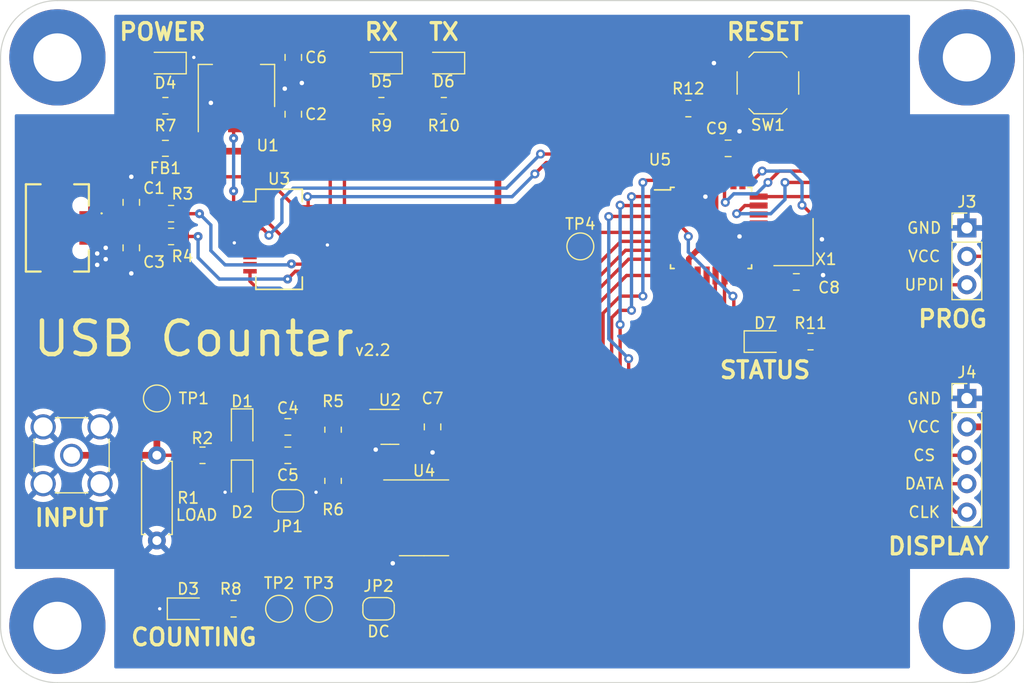
<source format=kicad_pcb>
(kicad_pcb (version 20211014) (generator pcbnew)
  (layers (0 "F.Cu" signal) (31 "B.Cu" signal) (34 "B.Paste" user) (35 "F.Paste" user) (36 "B.SilkS" user "B.Silkscreen") (37 "F.SilkS" user "F.Silkscreen") (38 "B.Mask" user) (39 "F.Mask" user) (44 "Edge.Cuts" user))
  (net 0 "")
  (net 1 "GND")
  (net 2 "Net-(C1-Pad2)")
  (net 3 "Net-(C2-Pad2)")
  (net 4 "Net-(C3-Pad2)")
  (net 5 "Net-(C4-Pad1)")
  (net 6 "Net-(C4-Pad2)")
  (net 7 "VCC")
  (net 8 "Net-(D3-Pad2)")
  (net 9 "Net-(D4-Pad2)")
  (net 10 "Net-(D5-Pad1)")
  (net 11 "Net-(D6-Pad1)")
  (net 12 "Net-(U5-Pad16)")
  (net 13 "Net-(R11-Pad1)")
  (net 14 "Net-(FB1-Pad1)")
  (net 20 "Net-(J2-Pad1)")
  (net 21 "UPDI")
  (net 22 "DISP_CS")
  (net 23 "DISP_DATA")
  (net 24 "Net-(JP2-Pad1)")
  (net 25 "GATE")
  (net 26 "Net-(R3-Pad2)")
  (net 27 "Net-(R4-Pad2)")
  (net 28 "Net-(R8-Pad2)")
  (net 29 "Net-(R9-Pad1)")
  (net 30 "Net-(R10-Pad1)")
  (net 31 "RESET")
  (net 32 "Net-(TP4-Pad1)")
  (net 36 "PCRX")
  (net 44 "PCTX")
  (net 45 "R0")
  (net 46 "R1")
  (net 47 "R2")
  (net 48 "R3")
  (net 49 "OVF")
  (net 50 "Y7")
  (net 51 "Y6")
  (net 52 "Y5")
  (net 53 "Y4")
  (net 54 "Y3")
  (net 55 "Y2")
  (net 56 "Y1")
  (net 57 "Y0")
  (net 60 "Net-(U5-Pad20)")
  (net 63 "DISP_CLK")
  (footprint "Resistor_SMD:R_0805_2012Metric_Pad1.20x1.40mm_HandSolder" (layer "F.Cu") (at 80.518 93.726 90)
    (fp_text reference "R6")
    (fp_text value "100k")
  )
  (footprint "Resistor_SMD:R_0805_2012Metric_Pad1.20x1.40mm_HandSolder" (layer "F.Cu") (at 71.628 105.156)
    (fp_text reference "R8")
    (fp_text value "10k")
  )
  (footprint "MountingHole:MountingHole_4.3mm_M4_Pad" (layer "F.Cu") (at 55.88 106.68)
    (fp_text reference "H1" hide)
    (fp_text value "MountingHole" hide)
  )
  (footprint "Capacitor_SMD:C_0805_2012Metric_Pad1.18x1.45mm_HandSolder" (layer "F.Cu") (at 76.962 55.88 90)
    (fp_text reference "C6")
    (fp_text value ".1u")
  )
  (footprint "LED_SMD:LED_0805_2012Metric_Pad1.15x1.40mm_HandSolder" (layer "F.Cu") (at 72.39 89.154 -90)
    (fp_text reference "D1")
    (fp_text value "D")
  )
  (footprint "TestPoint:TestPoint_Pad_D2.0mm" (layer "F.Cu") (at 102.616 72.771)
    (fp_text reference "TP4")
    (fp_text value "CKOUT")
  )
  (footprint "Resistor_SMD:R_0805_2012Metric_Pad1.20x1.40mm_HandSolder" (layer "F.Cu") (at 66.04 71.882)
    (fp_text reference "R4")
    (fp_text value "27R")
  )
  (footprint "LED_SMD:LED_0805_2012Metric_Pad1.15x1.40mm_HandSolder" (layer "F.Cu") (at 67.564 105.156)
    (fp_text reference "D3")
    (fp_text value "COUNT")
  )
  (footprint "Connector_PinHeader_2.54mm:PinHeader_1x05_P2.54mm_Vertical" (layer "F.Cu") (at 137.16 86.36)
    (fp_text reference "J4")
    (fp_text value "DISPLAY")
  )
  (footprint "Button_Switch_SMD:SW_SPST_TL3342" (layer "F.Cu") (at 119.38 58.166 180)
    (fp_text reference "SW1")
    (fp_text value "SW_Push")
  )
  (footprint "LED_SMD:LED_0805_2012Metric_Pad1.15x1.40mm_HandSolder" (layer "F.Cu") (at 84.836 56.388 180)
    (fp_text reference "D5")
    (fp_text value "RXLED")
  )
  (footprint "LED_SMD:LED_0805_2012Metric_Pad1.15x1.40mm_HandSolder" (layer "F.Cu") (at 90.415 56.388 180)
    (fp_text reference "D6")
    (fp_text value "TXLED")
  )
  (footprint "Resistor_SMD:R_0805_2012Metric_Pad1.20x1.40mm_HandSolder" (layer "F.Cu") (at 65.532 60.198)
    (fp_text reference "R7")
    (fp_text value "10k")
  )
  (footprint "LED_SMD:LED_0805_2012Metric_Pad1.15x1.40mm_HandSolder" (layer "F.Cu") (at 65.532 56.388 180)
    (fp_text reference "D4")
    (fp_text value "PWR")
  )
  (footprint "LED_SMD:LED_0805_2012Metric_Pad1.15x1.40mm_HandSolder" (layer "F.Cu") (at 119.117 81.28)
    (fp_text reference "D7")
    (fp_text value "STATUS")
  )
  (footprint "Package_QFP:TQFP-32_7x7mm_P0.8mm" (layer "F.Cu") (at 114.3 71.12)
    (fp_text reference "U5")
    (fp_text value "AVR64DD32 TQFP32")
  )
  (footprint "Resistor_SMD:R_0805_2012Metric_Pad1.20x1.40mm_HandSolder" (layer "F.Cu") (at 80.518 89.154 90)
    (fp_text reference "R5")
    (fp_text value "100k")
  )
  (footprint "Resistor_SMD:R_0805_2012Metric_Pad1.20x1.40mm_HandSolder" (layer "F.Cu") (at 68.85 91.44)
    (fp_text reference "R2")
    (fp_text value "1k")
  )
  (footprint "Connector_PinHeader_2.54mm:PinHeader_1x03_P2.54mm_Vertical" (layer "F.Cu") (at 137.16 71.12)
    (fp_text reference "J3")
    (fp_text value "PROG")
  )
  (footprint "Capacitor_SMD:C_0805_2012Metric_Pad1.18x1.45mm_HandSolder" (layer "F.Cu") (at 76.4755 88.9)
    (fp_text reference "C4")
    (fp_text value "1u")
  )
  (footprint "Package_SO:TSSOP-20_4.4x6.5mm_P0.65mm" (layer "F.Cu") (at 88.646 97.028)
    (fp_text reference "U4")
    (fp_text value "74LV8154")
  )
  (footprint "Resistor_SMD:R_0805_2012Metric_Pad1.20x1.40mm_HandSolder" (layer "F.Cu") (at 112.268 60.452)
    (fp_text reference "R12")
    (fp_text value "10k")
  )
  (footprint "Resistor_SMD:R_0805_2012Metric_Pad1.20x1.40mm_HandSolder" (layer "F.Cu") (at 123.19 81.28)
    (fp_text reference "R11")
    (fp_text value "10k")
  )
  (footprint "MountingHole:MountingHole_4.3mm_M4_Pad" (layer "F.Cu") (at 137.16 55.88)
    (fp_text reference "H4" hide)
    (fp_text value "MountingHole" hide)
  )
  (footprint "Resistor_THT:R_Axial_DIN0207_L6.3mm_D2.5mm_P7.62mm_Horizontal" (layer "F.Cu") (at 64.77 99.06 90)
    (fp_text reference "R1")
    (fp_text value "50R")
  )
  (footprint "TestPoint:TestPoint_Pad_D2.0mm" (layer "F.Cu") (at 64.77 86.36)
    (fp_text reference "TP1")
    (fp_text value "RF_IN")
  )
  (footprint "Capacitor_SMD:C_0805_2012Metric_Pad1.18x1.45mm_HandSolder" (layer "F.Cu") (at 62.484 68.834 -90)
    (fp_text reference "C1")
    (fp_text value ".1u")
  )
  (footprint "Capacitor_SMD:C_0805_2012Metric_Pad1.18x1.45mm_HandSolder" (layer "F.Cu") (at 115.824 64.008 180)
    (fp_text reference "C9")
    (fp_text value ".1u")
  )
  (footprint "Capacitor_SMD:C_0805_2012Metric_Pad1.18x1.45mm_HandSolder" (layer "F.Cu") (at 76.4755 91.44)
    (fp_text reference "C5")
    (fp_text value "1n")
  )
  (footprint "Resistor_SMD:R_0805_2012Metric_Pad1.20x1.40mm_HandSolder" (layer "F.Cu") (at 84.836 60.198)
    (fp_text reference "R9")
    (fp_text value "10k")
  )
  (footprint "Capacitor_SMD:C_0805_2012Metric_Pad1.18x1.45mm_HandSolder" (layer "F.Cu") (at 76.962 60.96 -90)
    (fp_text reference "C2")
    (fp_text value ".1u")
  )
  (footprint "MountingHole:MountingHole_4.3mm_M4_Pad" (layer "F.Cu") (at 137.16 106.68)
    (fp_text reference "H2" hide)
    (fp_text value "MountingHole" hide)
  )
  (footprint "Jumper:SolderJumper-2_P1.3mm_Open_RoundedPad1.0x1.5mm" (layer "F.Cu") (at 76.4755 95.504)
    (fp_text reference "JP1")
    (fp_text value "DC")
  )
  (footprint "LED_SMD:LED_0805_2012Metric_Pad1.15x1.40mm_HandSolder" (layer "F.Cu") (at 72.39 93.726 -90)
    (fp_text reference "D2")
    (fp_text value "D")
  )
  (footprint "Package_TO_SOT_SMD:SOT-23-5" (layer "F.Cu") (at 85.598 88.9)
    (fp_text reference "U2")
    (fp_text value "74LVC1G14")
  )
  (footprint "Package_TO_SOT_SMD:SOT-223-3_TabPin2" (layer "F.Cu") (at 71.882 58.42 90)
    (fp_text reference "U1")
    (fp_text value "NCP1117")
  )
  (footprint "Connector_Coaxial:SMA_Amphenol_901-144_Vertical" (layer "F.Cu") (at 57.15 91.44)
    (fp_text reference "J2" hide)
    (fp_text value "RF_IN")
  )
  (footprint "Resistor_SMD:R_0805_2012Metric_Pad1.20x1.40mm_HandSolder" (layer "F.Cu") (at 90.415 60.198)
    (fp_text reference "R10")
    (fp_text value "10k")
  )
  (footprint "Jumper:SolderJumper-2_P1.3mm_Bridged_RoundedPad1.0x1.5mm" (layer "F.Cu") (at 84.582 105.156)
    (fp_text reference "JP2")
    (fp_text value "GATE")
  )
  (footprint "TestPoint:TestPoint_Pad_D2.0mm" (layer "F.Cu") (at 75.692 105.156)
    (fp_text reference "TP2")
    (fp_text value "COUNT")
  )
  (footprint "Capacitor_SMD:C_0805_2012Metric_Pad1.18x1.45mm_HandSolder" (layer "F.Cu") (at 89.408 88.9 90)
    (fp_text reference "C7")
    (fp_text value ".1u")
  )
  (footprint "TestPoint:TestPoint_Pad_D2.0mm" (layer "F.Cu") (at 79.248 105.156)
    (fp_text reference "TP3")
    (fp_text value "GATE")
  )
  (footprint "Resistor_SMD:R_0805_2012Metric_Pad1.20x1.40mm_HandSolder" (layer "F.Cu") (at 66.04 69.85)
    (fp_text reference "R3")
    (fp_text value "27R")
  )
  (footprint "Capacitor_SMD:C_0805_2012Metric_Pad1.18x1.45mm_HandSolder" (layer "F.Cu") (at 121.92 75.946)
    (fp_text reference "C8")
    (fp_text value ".1u")
  )
  (footprint "MountingHole:MountingHole_4.3mm_M4_Pad" (layer "F.Cu") (at 55.88 55.88)
    (fp_text reference "H3" hide)
    (fp_text value "MountingHole" hide)
  )
  (footprint "Inductor_SMD:L_0805_2012Metric_Pad1.15x1.40mm_HandSolder" (layer "F.Cu") (at 65.532 64.008)
    (fp_text reference "FB1")
    (fp_text value "FerriteBead")
  )
  (footprint "Package_SO:SSOP-20_3.9x8.7mm_P0.635mm" (layer "F.Cu") (at 75.692 72.136)
    (fp_text reference "U3")
    (fp_text value "FT231XS")
  )
  (footprint "Capacitor_SMD:C_0805_2012Metric_Pad1.18x1.45mm_HandSolder" (layer "F.Cu") (at 62.484 72.898 90)
    (fp_text reference "C3")
    (fp_text value ".1u")
  )
  (footprint "Oscillator:Oscillator_SMD_SeikoEpson_SG8002CE-4Pin_3.2x2.5mm" (layer "F.Cu") (at 121.666 72.39 90)
    (fp_text reference "X1")
    (fp_text value "TCXO")
  )
  (footprint "Library Loader:UJ2MIBHGSMTTR" (layer "F.Cu") (at 55.88 71.12 -90)
    (fp_text reference "J1" hide)
    (fp_text value "UJ2-MIBH-G-SMT-TR" hide)
  )
  (gr_arc (start 142.240002 106.680002) (mid 140.752104 110.272104) (end 137.160002 111.760002) (layer "Edge.Cuts") (width 0.1))
  (gr_line (start 50.799998 106.680002) (end 50.8 55.88) (layer "Edge.Cuts") (width 0.1))
  (gr_line (start 55.88 50.8) (end 137.160002 50.799998) (layer "Edge.Cuts") (width 0.1))
  (gr_arc (start 137.160002 50.799998) (mid 140.752104 52.287896) (end 142.240002 55.879998) (layer "Edge.Cuts") (width 0.1))
  (gr_arc (start 55.879998 111.760002) (mid 52.287896 110.272104) (end 50.799998 106.680002) (layer "Edge.Cuts") (width 0.1))
  (gr_line (start 137.160002 111.760002) (end 55.879998 111.760002) (layer "Edge.Cuts") (width 0.1))
  (gr_line (start 142.240002 55.879998) (end 142.240002 106.680002) (layer "Edge.Cuts") (width 0.1))
  (gr_arc (start 50.8 55.88) (mid 52.287898 52.287898) (end 55.88 50.8) (layer "Edge.Cuts") (width 0.1))
  (gr_text "@swharden" (at 121.158 107.188) (layer "F.Cu") (effects (font (size 2 2) (thickness 0.3))))
  (gr_text "LOAD" (at 68.326 96.774) (layer "F.SilkS") (effects (font (size 1 1))))
  (gr_text "GND" (at 133.35 71.12) (layer "F.SilkS") (effects (font (size 1 1))))
  (gr_text "RX" (at 84.836 53.594) (layer "F.SilkS") (effects (font (size 1.5 1.5) (thickness 0.3))))
  (gr_text "CS" (at 133.35 91.44) (layer "F.SilkS") (effects (font (size 1 1))))
  (gr_text "UPDI" (at 133.35 76.2) (layer "F.SilkS") (effects (font (size 1 1))))
  (gr_text "GND" (at 133.35 86.36) (layer "F.SilkS") (effects (font (size 1 1))))
  (gr_text "DISPLAY" (at 134.62 99.568) (layer "F.SilkS") (effects (font (size 1.5 1.5) (thickness 0.3))))
  (gr_text "CLK" (at 133.35 96.52) (layer "F.SilkS") (effects (font (size 1 1))))
  (gr_text "COUNTING" (at 68.072 107.696) (layer "F.SilkS") (effects (font (size 1.5 1.5) (thickness 0.3))))
  (gr_text "STATUS" (at 119.126 83.82) (layer "F.SilkS") (effects (font (size 1.5 1.5) (thickness 0.3))))
  (gr_text "INPUT" (at 57.15 97.028) (layer "F.SilkS") (effects (font (size 1.5 1.5) (thickness 0.3))))
  (gr_text "POWER" (at 65.278 53.594) (layer "F.SilkS") (effects (font (size 1.5 1.5) (thickness 0.3))))
  (gr_text "v2.2" (at 84.074 82.042) (layer "F.SilkS") (effects (font (size 1 1))))
  (gr_text "VCC" (at 133.35 73.66) (layer "F.SilkS") (effects (font (size 1 1))))
  (gr_text "PROG" (at 135.89 79.248) (layer "F.SilkS") (effects (font (size 1.5 1.5) (thickness 0.3))))
  (gr_text "USB Counter" (at 68.072 81.026) (layer "F.SilkS") (effects (font (size 3 3) (thickness 0.4))))
  (gr_text "DATA" (at 133.35 93.98) (layer "F.SilkS") (effects (font (size 1 1))))
  (gr_text "DC" (at 84.582 107.188) (layer "F.SilkS") (effects (font (size 1 1))))
  (gr_text "TX" (at 90.424 53.594) (layer "F.SilkS") (effects (font (size 1.5 1.5) (thickness 0.3))))
  (gr_text "VCC" (at 133.35 88.9) (layer "F.SilkS") (effects (font (size 1 1))))
  (gr_text "RESET" (at 119.126 53.594) (layer "F.SilkS") (effects (font (size 1.5 1.5) (thickness 0.3))))
  (segment (start 71.6915 72.4535) (end 73.092 72.4535) (width 0.3) (layer "F.Cu") (net 1))
  (segment (start 79.1845 71.8185) (end 78.292 71.8185) (width 0.3) (layer "F.Cu") (net 1))
  (segment (start 123.562 72.136) (end 122.616 71.19) (width 0.3) (layer "F.Cu") (net 1))
  (segment (start 124.3076 75.3364) (end 123.698 75.946) (width 0.3) (layer "F.Cu") (net 1))
  (segment (start 76.2 59.1605) (end 76.962 59.9225) (width 0.6) (layer "F.Cu") (net 1))
  (segment (start 113.9 68.218) (end 113.9 66.87) (width 0.3) (layer "F.Cu") (net 1))
  (segment (start 116.23 56.266) (end 122.53 56.266) (width 0.3) (layer "F.Cu") (net 1))
  (segment (start 69.596 61.556) (end 69.582 61.57) (width 0.6) (layer "F.Cu") (net 1))
  (segment (start 67.564 56.388) (end 68.072 55.88) (width 0.3) (layer "F.Cu") (net 1))
  (segment (start 60.198 72.898) (end 59.72 72.42) (width 0.3) (layer "F.Cu") (net 1))
  (segment (start 80.01 72.644) (end 79.1845 71.8185) (width 0.3) (layer "F.Cu") (net 1))
  (segment (start 77.724 58.166) (end 77.724 57.6795) (width 0.6) (layer "F.Cu") (net 1))
  (segment (start 113.792 68.326) (end 113.9 68.218) (width 0.3) (layer "F.Cu") (net 1))
  (segment (start 76.2 58.674) (end 76.2 59.1605) (width 0.6) (layer "F.Cu") (net 1))
  (segment (start 116.84 71.882) (end 117.278 72.32) (width 0.3) (layer "F.Cu") (net 1))
  (segment (start 114.554 56.388) (end 114.676 56.266) (width 0.3) (layer "F.Cu") (net 1))
  (segment (start 78.994 94.742) (end 80.502 94.742) (width 0.3) (layer "F.Cu") (net 1))
  (segment (start 124.206 72.136) (end 123.562 72.136) (width 0.3) (layer "F.Cu") (net 1))
  (segment (start 77.724 57.6795) (end 76.962 56.9175) (width 0.6) (layer "F.Cu") (net 1))
  (segment (start 59.72 72.42) (end 58.52 72.42) (width 0.3) (layer "F.Cu") (net 1))
  (segment (start 62.484 66.548) (end 62.484 67.7965) (width 0.3) (layer "F.Cu") (net 1))
  (segment (start 123.698 75.946) (end 122.9575 75.946) (width 0.3) (layer "F.Cu") (net 1))
  (segment (start 117.278 72.32) (end 118.55 72.32) (width 0.3) (layer "F.Cu") (net 1))
  (segment (start 89.408 91.186) (end 89.408 89.9375) (width 0.3) (layer "F.Cu") (net 1))
  (segment (start 116.84 62.484) (end 116.8615 62.5055) (width 0.3) (layer "F.Cu") (net 1))
  (segment (start 70.875 94.751) (end 70.866 94.742) (width 0.3) (layer "F.Cu") (net 1))
  (segment (start 84.328 89.9825) (end 84.4605 89.85) (width 0.3) (layer "F.Cu") (net 1))
  (segment (start 80.502 94.742) (end 80.518 94.726) (width 0.3) (layer "F.Cu") (net 1))
  (segment (start 72.39 94.751) (end 70.875 94.751) (width 0.3) (layer "F.Cu") (net 1))
  (segment (start 85.7835 101.0235) (end 85.852 101.092) (width 0.3) (layer "F.Cu") (net 1))
  (segment (start 62.484 75.184) (end 62.484 73.9355) (width 0.3) (layer "F.Cu") (net 1))
  (segment (start 84.328 90.932) (end 84.328 89.9825) (width 0.3) (layer "F.Cu") (net 1))
  (segment (start 69.596 59.944) (end 69.596 61.556) (width 0.6) (layer "F.Cu") (net 1))
  (segment (start 116.8615 62.5055) (end 116.8615 64.008) (width 0.3) (layer "F.Cu") (net 1))
  (segment (start 66.539 105.156) (end 65.024 105.156) (width 0.3) (layer "F.Cu") (net 1))
  (segment (start 114.676 56.266) (end 116.23 56.266) (width 0.3) (layer "F.Cu") (net 1))
  (segment (start 66.557 56.388) (end 67.564 56.388) (width 0.3) (layer "F.Cu") (net 1))
  (segment (start 85.7835 99.953) (end 85.7835 101.0235) (width 0.3) (layer "F.Cu") (net 1))
  (via (at 89.408 91.186) (size 0.8) (drill 0.4) (layers "F.Cu" "B.Cu") (net 1))
  (via (at 113.792 68.326) (size 0.8) (drill 0.4) (layers "F.Cu" "B.Cu") (net 1))
  (via (at 77.724 58.166) (size 0.8) (drill 0.4) (layers "F.Cu" "B.Cu") (net 1))
  (via (at 114.554 56.388) (size 0.8) (drill 0.4) (layers "F.Cu" "B.Cu") (net 1))
  (via (at 124.206 72.136) (size 0.8) (drill 0.4) (layers "F.Cu" "B.Cu") (net 1))
  (via (at 59.436 74.422) (size 0.8) (drill 0.4) (layers "F.Cu" "B.Cu") (net 1))
  (via (at 76.2 58.674) (size 0.8) (drill 0.4) (layers "F.Cu" "B.Cu") (net 1))
  (via (at 84.328 90.932) (size 0.8) (drill 0.4) (layers "F.Cu" "B.Cu") (net 1))
  (via (at 69.596 59.944) (size 0.8) (drill 0.4) (layers "F.Cu" "B.Cu") (net 1))
  (via (at 62.484 75.184) (size 0.8) (drill 0.4) (layers "F.Cu" "B.Cu") (net 1))
  (via (at 65.024 105.156) (size 0.8) (drill 0.3) (layers "F.Cu" "B.Cu") (net 1))
  (via (at 60.198 73.914) (size 0.8) (drill 0.4) (layers "F.Cu" "B.Cu") (net 1))
  (via (at 78.994 94.742) (size 0.8) (drill 0.3) (layers "F.Cu" "B.Cu") (net 1))
  (via (at 80.01 72.644) (size 0.8) (drill 0.3) (layers "F.Cu" "B.Cu") (net 1))
  (via (at 59.436 73.406) (size 0.8) (drill 0.4) (layers "F.Cu" "B.Cu") (net 1))
  (via (at 85.852 101.092) (size 0.8) (drill 0.4) (layers "F.Cu" "B.Cu") (net 1))
  (via (at 62.484 66.548) (size 0.8) (drill 0.4) (layers "F.Cu" "B.Cu") (net 1))
  (via (at 71.6915 72.4535) (size 0.8) (drill 0.3) (layers "F.Cu" "B.Cu") (net 1))
  (via (at 124.3076 75.3364) (size 0.8) (drill 0.4) (layers "F.Cu" "B.Cu") (net 1))
  (via (at 116.84 71.882) (size 0.8) (drill 0.4) (layers "F.Cu" "B.Cu") (net 1))
  (via (at 70.866 94.742) (size 0.8) (drill 0.3) (layers "F.Cu" "B.Cu") (net 1))
  (via (at 60.198 72.898) (size 0.8) (drill 0.4) (layers "F.Cu" "B.Cu") (net 1))
  (via (at 68.072 55.88) (size 0.8) (drill 0.3) (layers "F.Cu" "B.Cu") (net 1))
  (via (at 116.84 62.484) (size 0.8) (drill 0.4) (layers "F.Cu" "B.Cu") (net 1))
  (segment (start 62.484 69.8715) (end 65.0185 69.8715) (width 0.3) (layer "F.Cu") (net 2))
  (segment (start 65.0185 69.8715) (end 65.04 69.85) (width 0.3) (layer "F.Cu") (net 2))
  (segment (start 58.52 70.47) (end 60.34 70.47) (width 0.3) (layer "F.Cu") (net 2))
  (segment (start 60.9385 69.8715) (end 62.484 69.8715) (width 0.3) (layer "F.Cu") (net 2))
  (segment (start 60.34 70.47) (end 60.9385 69.8715) (width 0.3) (layer "F.Cu") (net 2))
  (segment (start 73.152 64.262) (end 74.182 63.232) (width 0.6) (layer "F.Cu") (net 3))
  (segment (start 74.182 63.232) (end 74.182 61.57) (width 0.6) (layer "F.Cu") (net 3))
  (segment (start 66.557 64.008) (end 66.811 64.262) (width 0.6) (layer "F.Cu") (net 3))
  (segment (start 74.6095 61.9975) (end 74.182 61.57) (width 0.6) (layer "F.Cu") (net 3))
  (segment (start 76.962 61.9975) (end 74.6095 61.9975) (width 0.6) (layer "F.Cu") (net 3))
  (segment (start 66.811 64.262) (end 73.152 64.262) (width 0.6) (layer "F.Cu") (net 3))
  (segment (start 58.52 71.12) (end 60.325 71.12) (width 0.3) (layer "F.Cu") (net 4))
  (segment (start 61.0655 71.8605) (end 62.484 71.8605) (width 0.3) (layer "F.Cu") (net 4))
  (segment (start 60.325 71.12) (end 61.0655 71.8605) (width 0.3) (layer "F.Cu") (net 4))
  (segment (start 65.0185 71.8605) (end 65.04 71.882) (width 0.3) (layer "F.Cu") (net 4))
  (segment (start 62.484 71.8605) (end 65.0185 71.8605) (width 0.3) (layer "F.Cu") (net 4))
  (segment (start 75.8255 95.504) (end 75.8255 91.8275) (width 0.3) (layer "F.Cu") (net 5))
  (segment (start 72.39 91.44) (end 72.39 92.701) (width 0.3) (layer "F.Cu") (net 5))
  (segment (start 72.39 91.44) (end 72.39 90.179) (width 0.3) (layer "F.Cu") (net 5))
  (segment (start 69.85 91.44) (end 72.39 91.44) (width 0.3) (layer "F.Cu") (net 5))
  (segment (start 75.438 88.9) (end 75.438 91.44) (width 0.3) (layer "F.Cu") (net 5))
  (segment (start 72.39 91.44) (end 75.438 91.44) (width 0.3) (layer "F.Cu") (net 5))
  (segment (start 82.042 91.44) (end 82.55 90.932) (width 0.3) (layer "F.Cu") (net 6))
  (segment (start 83.058 88.9) (end 84.4605 88.9) (width 0.3) (layer "F.Cu") (net 6))
  (segment (start 77.47 91.397) (end 77.47 88.943) (width 0.3) (layer "F.Cu") (net 6))
  (segment (start 80.518 91.44) (end 82.042 91.44) (width 0.3) (layer "F.Cu") (net 6))
  (segment (start 77.47 88.943) (end 77.513 88.9) (width 0.3) (layer "F.Cu") (net 6))
  (segment (start 82.55 89.408) (end 83.058 88.9) (width 0.3) (layer "F.Cu") (net 6))
  (segment (start 80.518 91.44) (end 77.513 91.44) (width 0.3) (layer "F.Cu") (net 6))
  (segment (start 80.518 91.44) (end 80.518 92.726) (width 0.3) (layer "F.Cu") (net 6))
  (segment (start 80.518 91.44) (end 80.518 90.154) (width 0.3) (layer "F.Cu") (net 6))
  (segment (start 82.55 90.932) (end 82.55 89.408) (width 0.3) (layer "F.Cu") (net 6))
  (segment (start 77.1255 95.504) (end 77.1255 91.8275) (width 0.3) (layer "F.Cu") (net 6))
  (segment (start 120.8825 75.946) (end 120.8825 73.7565) (width 0.3) (layer "F.Cu") (net 7))
  (segment (start 73.279 85.852) (end 80.772 85.852) (width 0.3) (layer "F.Cu") (net 7))
  (segment (start 118.55 73.12) (end 120.246 73.12) (width 0.3) (layer "F.Cu") (net 7))
  (segment (start 89.408 54.864) (end 95.25 54.864) (width 0.6) (layer "F.Cu") (net 7))
  (segment (start 95.25 75.438) (end 95.25 54.864) (width 0.6) (layer "F.Cu") (net 7))
  (segment (start 120.246 73.12) (end 120.716 73.59) (width 0.3) (layer "F.Cu") (net 7))
  (segment (start 80.518 85.852) (end 80.772 85.852) (width 0.3) (layer "F.Cu") (net 7))
  (segment (start 139.7 69.596) (end 139.7 73.66) (width 0.6) (layer "F.Cu") (net 7))
  (segment (start 89.39 56.388) (end 89.39 54.882) (width 0.3) (layer "F.Cu") (net 7))
  (segment (start 112.3 73.882) (end 112.3 75.37) (width 0.5) (layer "F.Cu") (net 7))
  (segment (start 138.938 88.9) (end 137.16 88.9) (width 0.6) (layer "F.Cu") (net 7))
  (segment (start 73.092 70.5485) (end 74.6125 70.5485) (width 0.3) (layer "F.Cu") (net 7))
  (segment (start 86.614 84.074) (end 95.25 75.438) (width 0.6) (layer "F.Cu") (net 7))
  (segment (start 90.428 94.103) (end 91.5085 94.103) (width 0.3) (layer "F.Cu") (net 7))
  (segment (start 71.628 67.818) (end 71.628 69.9845) (width 0.3) (layer "F.Cu") (net 7))
  (segment (start 76.708 54.5885) (end 72.5635 54.5885) (width 0.6) (layer "F.Cu") (net 7))
  (segment (start 111.252 54.864) (end 124.968 54.864) (width 0.6) (layer "F.Cu") (net 7))
  (segment (start 69.85 57.912) (end 71.882 57.912) (width 0.3) (layer "F.Cu") (net 7))
  (segment (start 91.5085 88.2065) (end 91.1645 87.8625) (width 0.3) (layer "F.Cu") (net 7))
  (segment (start 111.268 60.452) (end 111.268 54.88) (width 0.6) (layer "F.Cu") (net 7))
  (segment (start 111.268 62.5) (end 111.268 60.452) (width 0.6) (layer "F.Cu") (net 7))
  (segment (start 114.7 66.87) (end 114.7 73.044) (width 0.5) (layer "F.Cu") (net 7))
  (segment (start 76.962 54.8425) (end 76.708 54.5885) (width 0.6) (layer "F.Cu") (net 7))
  (segment (start 72.39 86.741) (end 73.279 85.852) (width 0.3) (layer "F.Cu") (net 7))
  (segment (start 83.811 56.388) (end 83.811 54.873) (width 0.3) (layer "F.Cu") (net 7))
  (segment (start 71.882 61.57) (end 71.882 57.912) (width 0.6) (layer "F.Cu") (net 7))
  (segment (start 120.8825 73.7565) (end 120.716 73.59) (width 0.3) (layer "F.Cu") (net 7))
  (segment (start 76.9835 54.864) (end 83.82 54.864) (width 0.6) (layer "F.Cu") (net 7))
  (segment (start 86.614 85.852) (end 86.614 84.074) (width 0.6) (layer "F.Cu") (net 7))
  (segment (start 83.811 54.873) (end 83.82 54.864) (width 0.3) (layer "F.Cu") (net 7))
  (segment (start 77.1525 73.0885) (end 78.292 73.0885) (width 0.3) (layer "F.Cu") (net 7))
  (segment (start 72.5635 54.5885) (end 71.882 55.27) (width 0.6) (layer "F.Cu") (net 7))
  (segment (start 74.6125 70.5485) (end 77.1525 73.0885) (width 0.3) (layer "F.Cu") (net 7))
  (segment (start 139.7 73.66) (end 139.7 88.138) (width 0.6) (layer "F.Cu") (net 7))
  (segment (start 90.17 99.691) (end 90.17 94.361) (width 0.3) (layer "F.Cu") (net 7))
  (segment (start 111.268 54.88) (end 111.252 54.864) (width 0.3) (layer "F.Cu") (net 7))
  (segment (start 91.5085 99.953) (end 90.432 99.953) (width 0.3) (layer "F.Cu") (net 7))
  (segment (start 114.776 73.12) (end 113.062 73.12) (width 0.5) (layer "F.Cu") (net 7))
  (segment (start 95.25 54.864) (end 111.252 54.864) (width 0.6) (layer "F.Cu") (net 7))
  (segment (start 118.55 73.12) (end 114.776 73.12) (width 0.5) (layer "F.Cu") (net 7))
  (segment (start 120.716 73.59) (end 122.616 73.59) (width 0.3) (layer "F.Cu") (net 7))
  (segment (start 86.614 87.8285) (end 86.614 85.852) (width 0.6) (layer "F.Cu") (net 7))
  (segment (start 71.628 63.1085) (end 71.628 61.824) (width 0.3) (layer "F.Cu") (net 7))
  (segment (start 112.776 64.008) (end 111.268 62.5) (width 0.6) (layer "F.Cu") (net 7))
  (segment (start 71.882 57.912) (end 71.882 55.27) (width 0.6) (layer "F.Cu") (net 7))
  (segment (start 91.1645 87.8625) (end 89.408 87.8625) (width 0.3) (layer "F.Cu") (net 7))
  (segment (start 72.192 70.5485) (end 73.092 70.5485) (width 0.3) (layer "F.Cu") (net 7))
  (segment (start 89.39 54.882) (end 89.408 54.864) (width 0.3) (layer "F.Cu") (net 7))
  (segment (start 71.628 61.824) (end 71.882 61.57) (width 0.3) (layer "F.Cu") (net 7))
  (segment (start 90.432 99.953) (end 90.17 99.691) (width 0.3) (layer "F.Cu") (net 7))
  (segment (start 120.8825 77.4485) (end 120.8825 75.946) (width 0.3) (layer "F.Cu") (net 7))
  (segment (start 85.598 54.864) (end 88.646 54.864) (width 0.6) (layer "F.Cu") (net 7))
  (segment (start 90.17 94.361) (end 90.428 94.103) (width 0.3) (layer "F.Cu") (net 7))
  (segment (start 114.7865 64.008) (end 112.776 64.008) (width 0.6) (layer "F.Cu") (net 7))
  (segment (start 88.646 54.864) (end 89.408 54.864) (width 0.6) (layer "F.Cu") (net 7))
  (segment (start 139.7 88.138) (end 138.938 88.9) (width 0.6) (layer "F.Cu") (net 7))
  (segment (start 124.19 81.28) (end 124.19 80.756) (width 0.3) (layer "F.Cu") (net 7))
  (segment (start 72.39 88.129) (end 72.39 86.741) (width 0.3) (layer "F.Cu") (net 7))
  (segment (start 86.648 87.8625) (end 89.408 87.8625) (width 0.3) (layer "F.Cu") (net 7))
  (segment (start 80.772 85.852) (end 86.614 85.852) (width 0.3) (layer "F.Cu") (net 7))
  (segment (start 86.614 87.8285) (end 86.648 87.8625) (width 0.3) (layer "F.Cu") (net 7))
  (segment (start 124.19 80.756) (end 120.8825 77.4485) (width 0.3) (layer "F.Cu") (net 7))
  (segment (start 124.968 54.864) (end 139.7 69.596) (width 0.6) (layer "F.Cu") (net 7))
  (segment (start 83.82 54.864) (end 85.598 54.864) (width 0.6) (layer "F.Cu") (net 7))
  (segment (start 91.5085 94.103) (end 91.5085 88.2065) (width 0.3) (layer "F.Cu") (net 7))
  (segment (start 86.614 87.8285) (end 86.7355 87.95) (width 0.3) (layer "F.Cu") (net 7))
  (segment (start 80.518 88.154) (end 80.518 85.852) (width 0.3) (layer "F.Cu") (net 7))
  (segment (start 114.7 66.87) (end 114.7 64.0945) (width 0.5) (layer "F.Cu") (net 7))
  (segment (start 113.062 73.12) (end 112.3 73.882) (width 0.5) (layer "F.Cu") (net 7))
  (segment (start 67.564 60.198) (end 69.85 57.912) (width 0.3) (layer "F.Cu") (net 7))
  (segment (start 76.962 54.8425) (end 76.9835 54.864) (width 0.6) (layer "F.Cu") (net 7))
  (segment (start 139.7 73.66) (end 137.16 73.66) (width 0.3) (layer "F.Cu") (net 7))
  (segment (start 71.628 69.9845) (end 72.192 70.5485) (width 0.3) (layer "F.Cu") (net 7))
  (segment (start 66.532 60.198) (end 67.564 60.198) (width 0.3) (layer "F.Cu") (net 7))
  (via (at 71.628 67.818) (size 0.8) (drill 0.3) (layers "F.Cu" "B.Cu") (net 7))
  (via (at 71.628 63.1085) (size 0.8) (drill 0.3) (layers "F.Cu" "B.Cu") (net 7))
  (segment (start 71.628 67.818) (end 71.628 63.1085) (width 0.3) (layer "B.Cu") (net 7))
  (segment (start 68.589 105.156) (end 70.628 105.156) (width 0.3) (layer "F.Cu") (net 8))
  (segment (start 64.532 56.413) (end 64.507 56.388) (width 0.3) (layer "F.Cu") (net 9))
  (segment (start 64.532 60.198) (end 64.532 56.413) (width 0.3) (layer "F.Cu") (net 9))
  (segment (start 85.836 56.413) (end 85.861 56.388) (width 0.3) (layer "F.Cu") (net 10))
  (segment (start 85.836 60.198) (end 85.836 56.413) (width 0.3) (layer "F.Cu") (net 10))
  (segment (start 91.44 56.388) (end 91.44 60.173) (width 0.3) (layer "F.Cu") (net 11))
  (segment (start 91.44 60.173) (end 91.415 60.198) (width 0.3) (layer "F.Cu") (net 11))
  (segment (start 118.11 75.946) (end 117.534 75.37) (width 0.3) (layer "F.Cu") (net 12))
  (segment (start 118.092 81.28) (end 118.11 81.262) (width 0.3) (layer "F.Cu") (net 12))
  (segment (start 117.534 75.37) (end 117.1 75.37) (width 0.3) (layer "F.Cu") (net 12))
  (segment (start 118.11 81.262) (end 118.11 75.946) (width 0.3) (layer "F.Cu") (net 12))
  (segment (start 122.19 81.28) (end 120.142 81.28) (width 0.3) (layer "F.Cu") (net 13))
  (segment (start 77.2795 72.4535) (end 78.292 72.4535) (width 0.3) (layer "F.Cu") (net 14))
  (segment (start 76.962 72.136) (end 77.2795 72.4535) (width 0.3) (layer "F.Cu") (net 14))
  (segment (start 64.507 64.008) (end 61.722 64.008) (width 0.6) (layer "F.Cu") (net 14))
  (segment (start 76.962 69.088) (end 76.962 72.136) (width 0.3) (layer "F.Cu") (net 14))
  (segment (start 64.507 65.523) (end 65.532 66.548) (width 0.3) (layer "F.Cu") (net 14))
  (segment (start 61.722 64.008) (end 58.928 66.802) (width 0.6) (layer "F.Cu") (net 14))
  (segment (start 58.928 66.802) (end 58.928 69.596) (width 0.6) (layer "F.Cu") (net 14))
  (segment (start 64.507 64.008) (end 64.507 65.523) (width 0.3) (layer "F.Cu") (net 14))
  (segment (start 65.532 66.548) (end 74.422 66.548) (width 0.3) (layer "F.Cu") (net 14))
  (segment (start 74.422 66.548) (end 76.962 69.088) (width 0.3) (layer "F.Cu") (net 14))
  (segment (start 67.85 91.44) (end 64.77 91.44) (width 0.3) (layer "F.Cu") (net 20))
  (segment (start 57.15 91.44) (end 64.77 91.44) (width 0.6) (layer "F.Cu") (net 20))
  (segment (start 64.77 91.44) (end 64.77 86.36) (width 0.6) (layer "F.Cu") (net 20))
  (segment (start 123.952 66.04) (end 134.112 76.2) (width 0.3) (layer "F.Cu") (net 21))
  (segment (start 115.57 68.834) (end 115.5 68.764) (width 0.3) (layer "F.Cu") (net 21))
  (segment (start 115.5 68.764) (end 115.5 66.87) (width 0.3) (layer "F.Cu") (net 21))
  (segment (start 119.38 67.056) (end 120.396 66.04) (width 0.3) (layer "F.Cu") (net 21))
  (segment (start 134.112 76.2) (end 137.16 76.2) (width 0.3) (layer "F.Cu") (net 21))
  (segment (start 120.396 66.04) (end 123.952 66.04) (width 0.3) (layer "F.Cu") (net 21))
  (via (at 119.38 67.056) (size 0.8) (drill 0.4) (layers "F.Cu" "B.Cu") (net 21))
  (via (at 115.57 68.834) (size 0.8) (drill 0.4) (layers "F.Cu" "B.Cu") (net 21))
  (segment (start 119.38 67.056) (end 118.364 68.072) (width 0.3) (layer "B.Cu") (net 21))
  (segment (start 118.364 68.072) (end 116.332 68.072) (width 0.3) (layer "B.Cu") (net 21))
  (segment (start 116.332 68.072) (end 115.57 68.834) (width 0.3) (layer "B.Cu") (net 21))
  (segment (start 120.904 67.056) (end 123.444 67.056) (width 0.3) (layer "F.Cu") (net 22))
  (segment (start 117.316 69.12) (end 118.55 69.12) (width 0.3) (layer "F.Cu") (net 22))
  (segment (start 134.112 91.44) (end 137.16 91.44) (width 0.3) (layer "F.Cu") (net 22))
  (segment (start 129.032 72.644) (end 129.032 86.36) (width 0.3) (layer "F.Cu") (net 22))
  (segment (start 129.032 86.36) (end 134.112 91.44) (width 0.3) (layer "F.Cu") (net 22))
  (segment (start 116.586 69.85) (end 117.316 69.12) (width 0.3) (layer "F.Cu") (net 22))
  (segment (start 123.444 67.056) (end 129.032 72.644) (width 0.3) (layer "F.Cu") (net 22))
  (via (at 120.904 67.056) (size 0.8) (drill 0.4) (layers "F.Cu" "B.Cu") (net 22))
  (via (at 116.586 69.85) (size 0.8) (drill 0.4) (layers "F.Cu" "B.Cu") (net 22))
  (segment (start 120.904 68.58) (end 119.634 69.85) (width 0.3) (layer "B.Cu") (net 22))
  (segment (start 120.904 67.056) (end 120.904 68.58) (width 0.3) (layer "B.Cu") (net 22))
  (segment (start 119.634 69.85) (end 116.586 69.85) (width 0.3) (layer "B.Cu") (net 22))
  (segment (start 118.55 68.32) (end 123.184 68.32) (width 0.3) (layer "F.Cu") (net 23))
  (segment (start 128.016 73.152) (end 128.016 86.868) (width 0.3) (layer "F.Cu") (net 23))
  (segment (start 128.016 86.868) (end 135.128 93.98) (width 0.3) (layer "F.Cu") (net 23))
  (segment (start 135.128 93.98) (end 137.16 93.98) (width 0.3) (layer "F.Cu") (net 23))
  (segment (start 123.184 68.32) (end 128.016 73.152) (width 0.3) (layer "F.Cu") (net 23))
  (segment (start 83.947 98.679) (end 84.623 98.003) (width 0.3) (layer "F.Cu") (net 24))
  (segment (start 83.932 105.156) (end 79.248 105.156) (width 0.3) (layer "F.Cu") (net 24))
  (segment (start 83.947 105.141) (end 83.947 98.679) (width 0.3) (layer "F.Cu") (net 24))
  (segment (start 83.932 105.156) (end 83.947 105.141) (width 0.3) (layer "F.Cu") (net 24))
  (segment (start 84.623 98.003) (end 85.7835 98.003) (width 0.3) (layer "F.Cu") (net 24))
  (segment (start 116.332 86.741) (end 97.917 105.156) (width 0.3) (layer "F.Cu") (net 25))
  (segment (start 97.917 105.156) (end 85.232 105.156) (width 0.3) (layer "F.Cu") (net 25))
  (segment (start 111.36 70.72) (end 110.05 70.72) (width 0.3) (layer "F.Cu") (net 25))
  (segment (start 116.332 77.2985) (end 116.332 86.741) (width 0.3) (layer "F.Cu") (net 25))
  (segment (start 112.268 71.628) (end 111.36 70.72) (width 0.3) (layer "F.Cu") (net 25))
  (segment (start 112.268 71.882) (end 112.268 71.628) (width 0.3) (layer "F.Cu") (net 25))
  (segment (start 116.2495 77.216) (end 116.332 77.2985) (width 0.3) (layer "F.Cu") (net 25))
  (via (at 116.2495 77.216) (size 0.8) (drill 0.4) (layers "F.Cu" "B.Cu") (net 25))
  (via (at 112.268 71.882) (size 0.8) (drill 0.4) (layers "F.Cu" "B.Cu") (net 25))
  (segment (start 112.268 71.882) (end 112.268 73.279) (width 0.3) (layer "B.Cu") (net 25))
  (segment (start 112.268 73.279) (end 116.205 77.216) (width 0.3) (layer "B.Cu") (net 25))
  (segment (start 116.205 77.216) (end 116.2495 77.216) (width 0.3) (layer "B.Cu") (net 25))
  (segment (start 76.818356 74.3585) (end 78.292 74.3585) (width 0.3) (layer "F.Cu") (net 26))
  (segment (start 68.58 69.85) (end 67.04 69.85) (width 0.3) (layer "F.Cu") (net 26))
  (segment (start 76.794748 74.334892) (end 76.818356 74.3585) (width 0.3) (layer "F.Cu") (net 26))
  (via (at 68.58 69.85) (size 0.8) (drill 0.3) (layers "F.Cu" "B.Cu") (net 26))
  (via (at 76.794748 74.334892) (size 0.8) (drill 0.3) (layers "F.Cu" "B.Cu") (net 26))
  (segment (start 70.866 74.422) (end 69.596 73.152) (width 0.3) (layer "B.Cu") (net 26))
  (segment (start 69.596 73.152) (end 69.596 70.866) (width 0.3) (layer "B.Cu") (net 26))
  (segment (start 76.794748 74.334892) (end 76.70764 74.422) (width 0.3) (layer "B.Cu") (net 26))
  (segment (start 76.70764 74.422) (end 70.866 74.422) (width 0.3) (layer "B.Cu") (net 26))
  (segment (start 69.596 70.866) (end 68.58 69.85) (width 0.3) (layer "B.Cu") (net 26))
  (segment (start 77.1525 74.9935) (end 78.292 74.9935) (width 0.3) (layer "F.Cu") (net 27))
  (segment (start 76.454 75.692) (end 77.1525 74.9935) (width 0.3) (layer "F.Cu") (net 27))
  (segment (start 68.453 71.882) (end 67.04 71.882) (width 0.3) (layer "F.Cu") (net 27))
  (via (at 68.453 71.882) (size 0.8) (drill 0.3) (layers "F.Cu" "B.Cu") (net 27))
  (via (at 76.454 75.692) (size 0.8) (drill 0.3) (layers "F.Cu" "B.Cu") (net 27))
  (segment (start 70.358 75.692) (end 68.453 73.787) (width 0.3) (layer "B.Cu") (net 27))
  (segment (start 76.454 75.692) (end 70.358 75.692) (width 0.3) (layer "B.Cu") (net 27))
  (segment (start 68.453 73.787) (end 68.453 71.882) (width 0.3) (layer "B.Cu") (net 27))
  (segment (start 77.47 103.378) (end 77.47 101.6) (width 0.3) (layer "F.Cu") (net 28))
  (segment (start 85.7835 94.103) (end 85.7835 90.802) (width 0.3) (layer "F.Cu") (net 28))
  (segment (start 77.47 101.6) (end 84.317 94.753) (width 0.3) (layer "F.Cu") (net 28))
  (segment (start 75.692 105.156) (end 77.47 103.378) (width 0.3) (layer "F.Cu") (net 28))
  (segment (start 85.7835 94.753) (end 85.7835 94.103) (width 0.3) (layer "F.Cu") (net 28))
  (segment (start 84.317 94.753) (end 85.7835 94.753) (width 0.3) (layer "F.Cu") (net 28))
  (segment (start 72.628 105.156) (end 75.438 105.156) (width 0.3) (layer "F.Cu") (net 28))
  (segment (start 85.7835 90.802) (end 86.7355 89.85) (width 0.3) (layer "F.Cu") (net 28))
  (segment (start 80.264 61.976) (end 80.264 70.358) (width 0.3) (layer "F.Cu") (net 29))
  (segment (start 82.042 60.198) (end 80.264 61.976) (width 0.3) (layer "F.Cu") (net 29))
  (segment (start 79.4385 71.1835) (end 78.292 71.1835) (width 0.3) (layer "F.Cu") (net 29))
  (segment (start 83.836 60.198) (end 82.042 60.198) (width 0.3) (layer "F.Cu") (net 29))
  (segment (start 80.264 70.358) (end 79.4385 71.1835) (width 0.3) (layer "F.Cu") (net 29))
  (segment (start 81.534 62.738) (end 82.55 61.722) (width 0.3) (layer "F.Cu") (net 30))
  (segment (start 88.392 60.198) (end 89.415 60.198) (width 0.3) (layer "F.Cu") (net 30))
  (segment (start 86.868 61.722) (end 88.392 60.198) (width 0.3) (layer "F.Cu") (net 30))
  (segment (start 81.534 74.422) (end 81.534 62.738) (width 0.3) (layer "F.Cu") (net 30))
  (segment (start 82.55 61.722) (end 86.868 61.722) (width 0.3) (layer "F.Cu") (net 30))
  (segment (start 73.092 75.886) (end 73.914 76.708) (width 0.3) (layer "F.Cu") (net 30))
  (segment (start 73.092 74.9935) (end 73.092 75.886) (width 0.3) (layer "F.Cu") (net 30))
  (segment (start 73.914 76.708) (end 79.248 76.708) (width 0.3) (layer "F.Cu") (net 30))
  (segment (start 79.248 76.708) (end 81.534 74.422) (width 0.3) (layer "F.Cu") (net 30))
  (segment (start 116.23 60.066) (end 113.654 60.066) (width 0.3) (layer "F.Cu") (net 31))
  (segment (start 115.062 62.23) (end 113.792 62.23) (width 0.3) (layer "F.Cu") (net 31))
  (segment (start 116.3 65.5) (end 115.824 65.024) (width 0.3) (layer "F.Cu") (net 31))
  (segment (start 113.654 60.066) (end 113.268 60.452) (width 0.3) (layer "F.Cu") (net 31))
  (segment (start 113.792 62.23) (end 113.268 61.706) (width 0.3) (layer "F.Cu") (net 31))
  (segment (start 116.3 66.87) (end 116.3 65.5) (width 0.3) (layer "F.Cu") (net 31))
  (segment (start 116.23 60.066) (end 122.53 60.066) (width 0.3) (layer "F.Cu") (net 31))
  (segment (start 115.824 62.992) (end 115.062 62.23) (width 0.3) (layer "F.Cu") (net 31))
  (segment (start 115.824 65.024) (end 115.824 62.992) (width 0.3) (layer "F.Cu") (net 31))
  (segment (start 113.268 61.706) (end 113.268 60.452) (width 0.3) (layer "F.Cu") (net 31))
  (segment (start 110.05 71.52) (end 104.121 71.52) (width 0.3) (layer "F.Cu") (net 32))
  (segment (start 102.87 72.771) (end 102.616 72.771) (width 0.3) (layer "F.Cu") (net 32))
  (segment (start 104.121 71.52) (end 102.87 72.771) (width 0.3) (layer "F.Cu") (net 32))
  (segment (start 99.06 64.516) (end 112.268 64.516) (width 0.3) (layer "F.Cu") (net 36))
  (segment (start 74.2315 71.1835) (end 73.092 71.1835) (width 0.3) (layer "F.Cu") (net 36))
  (segment (start 74.781023 71.733023) (end 74.2315 71.1835) (width 0.3) (layer "F.Cu") (net 36))
  (segment (start 74.781023 71.776977) (end 74.781023 71.733023) (width 0.3) (layer "F.Cu") (net 36))
  (segment (start 113.1 65.348) (end 113.1 66.87) (width 0.3) (layer "F.Cu") (net 36))
  (segment (start 112.268 64.516) (end 113.1 65.348) (width 0.3) (layer "F.Cu") (net 36))
  (via (at 74.781023 71.776977) (size 0.8) (drill 0.4) (layers "F.Cu" "B.Cu") (net 36))
  (via (at 99.06 64.516) (size 0.8) (drill 0.4) (layers "F.Cu" "B.Cu") (net 36))
  (segment (start 76.962 67.564) (end 75.946 68.58) (width 0.3) (layer "B.Cu") (net 36))
  (segment (start 75.946 70.612) (end 74.781023 71.776977) (width 0.3) (layer "B.Cu") (net 36))
  (segment (start 99.06 64.516) (end 96.012 67.564) (width 0.3) (layer "B.Cu") (net 36))
  (segment (start 96.012 67.564) (end 76.962 67.564) (width 0.3) (layer "B.Cu") (net 36))
  (segment (start 75.946 68.58) (end 75.946 70.612) (width 0.3) (layer "B.Cu") (net 36))
  (segment (start 98.552 66.294) (end 99.568 65.278) (width 0.3) (layer "F.Cu") (net 44))
  (segment (start 78.292 68.386) (end 78.292 69.2785) (width 0.3) (layer "F.Cu") (net 44))
  (segment (start 112.038 65.278) (end 112.3 65.54) (width 0.3) (layer "F.Cu") (net 44))
  (segment (start 78.232 68.326) (end 78.292 68.386) (width 0.3) (layer "F.Cu") (net 44))
  (segment (start 99.568 65.278) (end 112.038 65.278) (width 0.3) (layer "F.Cu") (net 44))
  (segment (start 112.3 65.54) (end 112.3 66.87) (width 0.3) (layer "F.Cu") (net 44))
  (via (at 98.552 66.294) (size 0.8) (drill 0.4) (layers "F.Cu" "B.Cu") (net 44))
  (via (at 78.232 68.326) (size 0.8) (drill 0.4) (layers "F.Cu" "B.Cu") (net 44))
  (segment (start 98.552 66.294) (end 96.52 68.326) (width 0.3) (layer "B.Cu") (net 44))
  (segment (start 96.52 68.326) (end 78.232 68.326) (width 0.3) (layer "B.Cu") (net 44))
  (segment (start 89.053 95.403) (end 89.535 95.885) (width 0.3) (layer "F.Cu") (net 45))
  (segment (start 89.535 99.949) (end 90.17 100.584) (width 0.3) (layer "F.Cu") (net 45))
  (segment (start 97.8535 100.584) (end 113.1 85.3375) (width 0.3) (layer "F.Cu") (net 45))
  (segment (start 90.17 100.584) (end 97.8535 100.584) (width 0.3) (layer "F.Cu") (net 45))
  (segment (start 85.7835 95.403) (end 89.053 95.403) (width 0.3) (layer "F.Cu") (net 45))
  (segment (start 113.1 85.3375) (end 113.1 75.37) (width 0.3) (layer "F.Cu") (net 45))
  (segment (start 89.535 95.885) (end 89.535 99.949) (width 0.3) (layer "F.Cu") (net 45))
  (segment (start 89.916 101.219) (end 88.9 100.203) (width 0.3) (layer "F.Cu") (net 46))
  (segment (start 87.671 96.053) (end 85.7835 96.053) (width 0.3) (layer "F.Cu") (net 46))
  (segment (start 113.9 85.744) (end 98.425 101.219) (width 0.3) (layer "F.Cu") (net 46))
  (segment (start 98.425 101.219) (end 89.916 101.219) (width 0.3) (layer "F.Cu") (net 46))
  (segment (start 88.9 100.203) (end 88.9 97.282) (width 0.3) (layer "F.Cu") (net 46))
  (segment (start 113.9 75.37) (end 113.9 85.744) (width 0.3) (layer "F.Cu") (net 46))
  (segment (start 88.9 97.282) (end 87.671 96.053) (width 0.3) (layer "F.Cu") (net 46))
  (segment (start 85.7835 96.703) (end 87.305 96.703) (width 0.3) (layer "F.Cu") (net 47))
  (segment (start 89.535 101.854) (end 98.933 101.854) (width 0.3) (layer "F.Cu") (net 47))
  (segment (start 88.138 100.457) (end 89.535 101.854) (width 0.3) (layer "F.Cu") (net 47))
  (segment (start 87.305 96.703) (end 88.138 97.536) (width 0.3) (layer "F.Cu") (net 47))
  (segment (start 98.933 101.854) (end 114.681 86.106) (width 0.3) (layer "F.Cu") (net 47))
  (segment (start 114.681 86.106) (end 114.681 75.389) (width 0.3) (layer "F.Cu") (net 47))
  (segment (start 114.681 75.389) (end 114.7 75.37) (width 0.3) (layer "F.Cu") (net 47))
  (segment (start 88.138 97.536) (end 88.138 100.457) (width 0.3) (layer "F.Cu") (net 47))
  (segment (start 87.376 97.79) (end 87.376 100.838) (width 0.3) (layer "F.Cu") (net 48))
  (segment (start 89.027 102.489) (end 99.441 102.489) (width 0.3) (layer "F.Cu") (net 48))
  (segment (start 85.7835 97.353) (end 86.939 97.353) (width 0.3) (layer "F.Cu") (net 48))
  (segment (start 99.441 102.489) (end 115.5 86.43) (width 0.3) (layer "F.Cu") (net 48))
  (segment (start 86.939 97.353) (end 87.376 97.79) (width 0.3) (layer "F.Cu") (net 48))
  (segment (start 115.5 86.43) (end 115.5 75.37) (width 0.3) (layer "F.Cu") (net 48))
  (segment (start 87.376 100.838) (end 89.027 102.489) (width 0.3) (layer "F.Cu") (net 48))
  (segment (start 85.7835 98.653) (end 85.7835 99.303) (width 0.3) (layer "F.Cu") (net 49))
  (segment (start 105.156 70.104) (end 105.165 70.095) (width 0.3) (layer "F.Cu") (net 50))
  (segment (start 98.055 99.303) (end 91.5085 99.303) (width 0.3) (layer "F.Cu") (net 50))
  (segment (start 105.165 70.095) (end 110.744 70.095) (width 0.3) (layer "F.Cu") (net 50))
  (segment (start 106.934 90.424) (end 98.055 99.303) (width 0.3) (layer "F.Cu") (net 50))
  (segment (start 106.934 82.804) (end 106.934 90.424) (width 0.3) (layer "F.Cu") (net 50))
  (via (at 106.934 82.804) (size 0.8) (drill 0.4) (layers "F.Cu" "B.Cu") (net 50))
  (via (at 105.156 70.104) (size 0.8) (drill 0.4) (layers "F.Cu" "B.Cu") (net 50))
  (segment (start 105.156 81.026) (end 105.156 70.104) (width 0.3) (layer "B.Cu") (net 50))
  (segment (start 106.934 82.804) (end 105.156 81.026) (width 0.3) (layer "B.Cu") (net 50))
  (segment (start 106.172 79.756) (end 106.172 90.17) (width 0.3) (layer "F.Cu") (net 51))
  (segment (start 97.689 98.653) (end 91.5085 98.653) (width 0.3) (layer "F.Cu") (net 51))
  (segment (start 110.05 69.12) (end 106.204 69.12) (width 0.3) (layer "F.Cu") (net 51))
  (segment (start 106.204 69.12) (end 106.172 69.088) (width 0.3) (layer "F.Cu") (net 51))
  (segment (start 106.172 90.17) (end 97.689 98.653) (width 0.3) (layer "F.Cu") (net 51))
  (via (at 106.172 69.088) (size 0.8) (drill 0.4) (layers "F.Cu" "B.Cu") (net 51))
  (via (at 106.172 79.756) (size 0.8) (drill 0.4) (layers "F.Cu" "B.Cu") (net 51))
  (segment (start 106.172 79.756) (end 106.172 69.088) (width 0.3) (layer "B.Cu") (net 51))
  (segment (start 105.41 89.916) (end 97.323 98.003) (width 0.3) (layer "F.Cu") (net 52))
  (segment (start 107.188 78.486) (end 106.066623 78.486) (width 0.3) (layer "F.Cu") (net 52))
  (segment (start 110.05 68.32) (end 107.194 68.32) (width 0.3) (layer "F.Cu") (net 52))
  (segment (start 107.194 68.32) (end 107.188 68.326) (width 0.3) (layer "F.Cu") (net 52))
  (segment (start 106.066623 78.486) (end 105.41 79.142623) (width 0.3) (layer "F.Cu") (net 52))
  (segment (start 105.41 79.142623) (end 105.41 89.916) (width 0.3) (layer "F.Cu") (net 52))
  (segment (start 97.323 98.003) (end 91.5085 98.003) (width 0.3) (layer "F.Cu") (net 52))
  (via (at 107.188 78.486) (size 0.8) (drill 0.4) (layers "F.Cu" "B.Cu") (net 52))
  (via (at 107.188 68.326) (size 0.8) (drill 0.4) (layers "F.Cu" "B.Cu") (net 52))
  (segment (start 107.188 78.486) (end 107.188 68.326) (width 0.3) (layer "B.Cu") (net 52))
  (segment (start 108.204 67.056) (end 108.39 66.87) (width 0.3) (layer "F.Cu") (net 53))
  (segment (start 104.648 89.662) (end 96.957 97.353) (width 0.3) (layer "F.Cu") (net 53))
  (segment (start 106.172 77.216) (end 104.648 78.74) (width 0.3) (layer "F.Cu") (net 53))
  (segment (start 96.957 97.353) (end 91.5085 97.353) (width 0.3) (layer "F.Cu") (net 53))
  (segment (start 104.648 78.74) (end 104.648 89.662) (width 0.3) (layer "F.Cu") (net 53))
  (segment (start 108.39 66.87) (end 111.5 66.87) (width 0.3) (layer "F.Cu") (net 53))
  (segment (start 108.204 77.216) (end 106.172 77.216) (width 0.3) (layer "F.Cu") (net 53))
  (via (at 108.204 67.056) (size 0.8) (drill 0.4) (layers "F.Cu" "B.Cu") (net 53))
  (via (at 108.204 77.216) (size 0.8) (drill 0.4) (layers "F.Cu" "B.Cu") (net 53))
  (segment (start 108.204 77.216) (end 108.204 67.056) (width 0.3) (layer "B.Cu") (net 53))
  (segment (start 96.5275 96.703) (end 91.5085 96.703) (width 0.3) (layer "F.Cu") (net 54))
  (segment (start 103.886 89.3445) (end 96.5275 96.703) (width 0.3) (layer "F.Cu") (net 54))
  (segment (start 106.748 75.37) (end 103.886 78.232) (width 0.3) (layer "F.Cu") (net 54))
  (segment (start 111.5 75.37) (end 106.748 75.37) (width 0.3) (layer "F.Cu") (net 54))
  (segment (start 103.886 78.232) (end 103.886 89.3445) (width 0.3) (layer "F.Cu") (net 54))
  (segment (start 110.05 73.92) (end 106.928 73.92) (width 0.3) (layer "F.Cu") (net 55))
  (segment (start 103.124 77.724) (end 103.124 89.154) (width 0.3) (layer "F.Cu") (net 55))
  (segment (start 106.928 73.92) (end 103.124 77.724) (width 0.3) (layer "F.Cu") (net 55))
  (segment (start 96.225 96.053) (end 91.5085 96.053) (width 0.3) (layer "F.Cu") (net 55))
  (segment (start 103.124 89.154) (end 96.225 96.053) (width 0.3) (layer "F.Cu") (net 55))
  (segment (start 106.657106 73.12) (end 102.362 77.415106) (width 0.3) (layer "F.Cu") (net 56))
  (segment (start 110.05 73.12) (end 106.657106 73.12) (width 0.3) (layer "F.Cu") (net 56))
  (segment (start 102.362 77.415106) (end 102.362 88.845106) (width 0.3) (layer "F.Cu") (net 56))
  (segment (start 95.804106 95.403) (end 91.5085 95.403) (width 0.3) (layer "F.Cu") (net 56))
  (segment (start 102.362 88.845106) (end 95.804106 95.403) (width 0.3) (layer "F.Cu") (net 56))
  (segment (start 110.05 72.32) (end 106.242 72.32) (width 0.3) (layer "F.Cu") (net 57))
  (segment (start 95.493 94.753) (end 91.5085 94.753) (width 0.3) (layer "F.Cu") (net 57))
  (segment (start 101.6 76.962) (end 101.6 88.646) (width 0.3) (layer "F.Cu") (net 57))
  (segment (start 106.242 72.32) (end 101.6 76.962) (width 0.3) (layer "F.Cu") (net 57))
  (segment (start 101.6 88.646) (end 95.493 94.753) (width 0.3) (layer "F.Cu") (net 57))
  (segment (start 120.386 71.52) (end 120.716 71.19) (width 0.3) (layer "F.Cu") (net 60))
  (segment (start 118.55 71.52) (end 120.386 71.52) (width 0.3) (layer "F.Cu") (net 60))
  (segment (start 118.042 66.87) (end 117.1 66.87) (width 0.3) (layer "F.Cu") (net 63))
  (segment (start 122.472661 69.088) (end 127 73.615339) (width 0.3) (layer "F.Cu") (net 63))
  (segment (start 127 87.376) (end 136.144 96.52) (width 0.3) (layer "F.Cu") (net 63))
  (segment (start 127 73.615339) (end 127 87.376) (width 0.3) (layer "F.Cu") (net 63))
  (segment (start 136.398 96.52) (end 137.16 96.52) (width 0.25) (layer "F.Cu") (net 63))
  (segment (start 136.144 96.52) (end 137.16 96.52) (width 0.3) (layer "F.Cu") (net 63))
  (segment (start 118.872 66.04) (end 118.042 66.87) (width 0.3) (layer "F.Cu") (net 63))
  (segment (start 122.428 69.088) (end 122.472661 69.088) (width 0.3) (layer "F.Cu") (net 63))
  (via (at 118.872 66.04) (size 0.8) (drill 0.4) (layers "F.Cu" "B.Cu") (net 63))
  (via (at 122.428 69.088) (size 0.8) (drill 0.4) (layers "F.Cu" "B.Cu") (net 63))
  (segment (start 122.428 67.056) (end 122.428 69.088) (width 0.3) (layer "B.Cu") (net 63))
  (segment (start 121.412 66.04) (end 122.428 67.056) (width 0.3) (layer "B.Cu") (net 63))
  (segment (start 118.872 66.04) (end 121.412 66.04) (width 0.3) (layer "B.Cu") (net 63))
  (zone (net 1) (net_name "GND") (layer "F.Cu") (connect_pads yes (clearance 0.508)) (min_thickness 0.254) (fill yes (thermal_gap 0.508) (thermal_bridge_width 0.508))
    (polygon (pts (xy 60.706 74.93) (xy 58.674 74.93) (xy 58.674 72.136) (xy 60.706 72.136)))
  )
  (zone (net 1) (net_name "GND") (layer "B.Cu") (connect_pads (clearance 0.508)) (min_thickness 0.254) (fill yes (thermal_gap 0.508) (thermal_bridge_width 0.508))
    (polygon (pts (xy 132.08 60.96) (xy 140.97 60.96) (xy 140.97 101.6) (xy 132.08 101.6) (xy 132.08 110.49) (xy 60.96 110.49) (xy 60.96 101.6) (xy 52.07 101.6) (xy 52.07 60.96) (xy 60.96 60.96) (xy 60.96 52.07) (xy 132.08 52.07)))
  )
)
</source>
